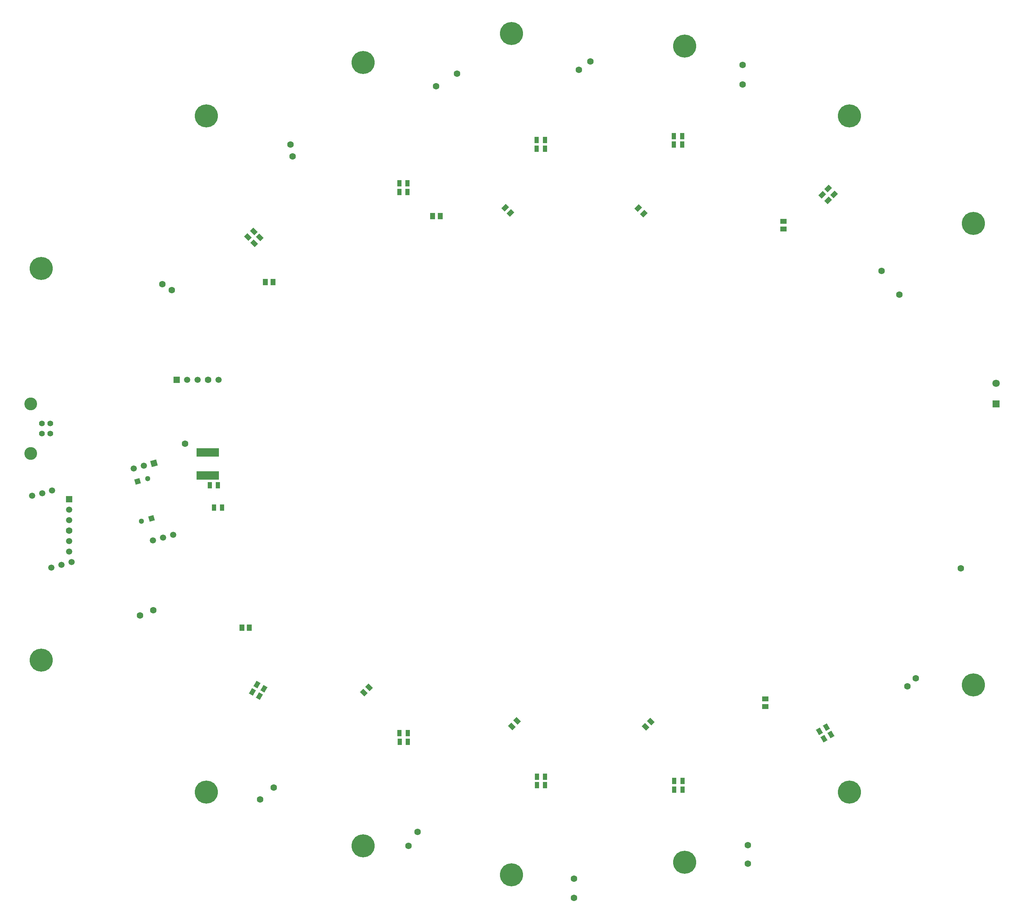
<source format=gbs>
G04*
G04 #@! TF.GenerationSoftware,Altium Limited,Altium Designer,22.7.1 (60)*
G04*
G04 Layer_Color=16711935*
%FSLAX43Y43*%
%MOMM*%
G71*
G04*
G04 #@! TF.SameCoordinates,26706279-76B3-4EFB-AC1E-C542CE9A8173*
G04*
G04*
G04 #@! TF.FilePolarity,Negative*
G04*
G01*
G75*
%ADD22R,1.500X1.150*%
%ADD27R,1.100X1.500*%
%ADD33R,1.150X1.500*%
G04:AMPARAMS|DCode=44|XSize=1.1mm|YSize=1.5mm|CornerRadius=0mm|HoleSize=0mm|Usage=FLASHONLY|Rotation=330.000|XOffset=0mm|YOffset=0mm|HoleType=Round|Shape=Rectangle|*
%AMROTATEDRECTD44*
4,1,4,-0.851,-0.375,-0.101,0.925,0.851,0.375,0.101,-0.925,-0.851,-0.375,0.0*
%
%ADD44ROTATEDRECTD44*%

%ADD64R,5.500X2.100*%
%ADD134C,1.500*%
%ADD135R,1.500X1.500*%
%ADD136C,1.603*%
%ADD137R,1.500X1.500*%
%ADD138C,1.300*%
%ADD139P,1.838X4X240.0*%
%ADD140C,1.600*%
%ADD141C,3.100*%
%ADD142C,1.400*%
%ADD143P,2.121X4X240.0*%
%ADD144C,5.600*%
%ADD145R,1.800X1.800*%
%ADD146C,1.800*%
G04:AMPARAMS|DCode=290|XSize=1.5mm|YSize=1.15mm|CornerRadius=0mm|HoleSize=0mm|Usage=FLASHONLY|Rotation=135.000|XOffset=0mm|YOffset=0mm|HoleType=Round|Shape=Rectangle|*
%AMROTATEDRECTD290*
4,1,4,0.937,-0.124,0.124,-0.937,-0.937,0.124,-0.124,0.937,0.937,-0.124,0.0*
%
%ADD290ROTATEDRECTD290*%

G04:AMPARAMS|DCode=291|XSize=1.5mm|YSize=1.15mm|CornerRadius=0mm|HoleSize=0mm|Usage=FLASHONLY|Rotation=45.000|XOffset=0mm|YOffset=0mm|HoleType=Round|Shape=Rectangle|*
%AMROTATEDRECTD291*
4,1,4,-0.124,-0.937,-0.937,-0.124,0.124,0.937,0.937,0.124,-0.124,-0.937,0.0*
%
%ADD291ROTATEDRECTD291*%

G04:AMPARAMS|DCode=292|XSize=1.1mm|YSize=1.5mm|CornerRadius=0mm|HoleSize=0mm|Usage=FLASHONLY|Rotation=45.000|XOffset=0mm|YOffset=0mm|HoleType=Round|Shape=Rectangle|*
%AMROTATEDRECTD292*
4,1,4,0.141,-0.919,-0.919,0.141,-0.141,0.919,0.919,-0.141,0.141,-0.919,0.0*
%
%ADD292ROTATEDRECTD292*%

G04:AMPARAMS|DCode=293|XSize=1.1mm|YSize=1.5mm|CornerRadius=0mm|HoleSize=0mm|Usage=FLASHONLY|Rotation=315.000|XOffset=0mm|YOffset=0mm|HoleType=Round|Shape=Rectangle|*
%AMROTATEDRECTD293*
4,1,4,-0.919,-0.141,0.141,0.919,0.919,0.141,-0.141,-0.919,-0.919,-0.141,0.0*
%
%ADD293ROTATEDRECTD293*%

G04:AMPARAMS|DCode=294|XSize=1.1mm|YSize=1.5mm|CornerRadius=0mm|HoleSize=0mm|Usage=FLASHONLY|Rotation=210.000|XOffset=0mm|YOffset=0mm|HoleType=Round|Shape=Rectangle|*
%AMROTATEDRECTD294*
4,1,4,0.101,0.925,0.851,-0.375,-0.101,-0.925,-0.851,0.375,0.101,0.925,0.0*
%
%ADD294ROTATEDRECTD294*%

D22*
X478000Y478875D02*
D03*
Y480725D02*
D03*
X482400Y596525D02*
D03*
Y594675D02*
D03*
D27*
X346300Y527100D02*
D03*
X344300D02*
D03*
X343300Y532500D02*
D03*
X345300Y532500D02*
D03*
X389275Y605750D02*
D03*
X391275D02*
D03*
X389275Y603650D02*
D03*
X391275D02*
D03*
X422575Y616250D02*
D03*
X424575D02*
D03*
X422575Y614150D02*
D03*
X424575D02*
D03*
X455875Y617250D02*
D03*
X457875D02*
D03*
X455875Y615150D02*
D03*
X457875D02*
D03*
X457925Y458700D02*
D03*
X455925D02*
D03*
X457925Y460800D02*
D03*
X455925D02*
D03*
X424625Y459775D02*
D03*
X422625Y459775D02*
D03*
X391325Y472400D02*
D03*
X389325Y472400D02*
D03*
X391350Y470300D02*
D03*
X389350D02*
D03*
X424625Y461850D02*
D03*
X422625Y461850D02*
D03*
D33*
X356775Y581800D02*
D03*
X358625D02*
D03*
X399225Y597800D02*
D03*
X397375D02*
D03*
X352925Y498000D02*
D03*
X351075D02*
D03*
D44*
X355366Y481400D02*
D03*
X353634Y482400D02*
D03*
X356466Y483200D02*
D03*
X354734Y484200D02*
D03*
D64*
X342800Y534900D02*
D03*
X342800Y540500D02*
D03*
D134*
X340360Y558100D02*
D03*
X337820D02*
D03*
X345440D02*
D03*
X309200Y524040D02*
D03*
Y526580D02*
D03*
Y518960D02*
D03*
Y516420D02*
D03*
X300185Y529965D02*
D03*
X302638Y530622D02*
D03*
X304843Y512578D02*
D03*
X309750Y513893D02*
D03*
X305092Y531279D02*
D03*
X307297Y513235D02*
D03*
X329552Y519199D02*
D03*
X332005Y519856D02*
D03*
X334459Y520513D02*
D03*
X324893Y536585D02*
D03*
X327347Y537243D02*
D03*
D135*
X335280Y558100D02*
D03*
D136*
X342900D02*
D03*
X309200Y521500D02*
D03*
D137*
Y529120D02*
D03*
D138*
X326700Y523800D02*
D03*
X328224Y534145D02*
D03*
D139*
X329153Y524457D02*
D03*
X325771Y533487D02*
D03*
D140*
X337300Y542600D02*
D03*
X472500Y634500D02*
D03*
Y629750D02*
D03*
X355500Y456300D02*
D03*
X358800Y459200D02*
D03*
X393700Y448500D02*
D03*
X391455Y445083D02*
D03*
X431600Y432500D02*
D03*
Y437100D02*
D03*
X473750Y445250D02*
D03*
Y440750D02*
D03*
X514500Y485750D02*
D03*
X512500Y483750D02*
D03*
X506250Y584500D02*
D03*
X510500Y578750D02*
D03*
X326400Y501000D02*
D03*
X329600Y502200D02*
D03*
X525400Y512400D02*
D03*
X432800Y633300D02*
D03*
X435600Y635300D02*
D03*
X398200Y629300D02*
D03*
X403300Y632400D02*
D03*
X331800Y581300D02*
D03*
X334100Y579900D02*
D03*
X363400Y612300D02*
D03*
X362858Y615142D02*
D03*
D141*
X299900Y540271D02*
D03*
Y552310D02*
D03*
D142*
X302610Y547541D02*
D03*
X304610D02*
D03*
Y545041D02*
D03*
X302610Y545041D02*
D03*
D143*
X329800Y537900D02*
D03*
D144*
X302461Y490083D02*
D03*
X342461Y458083D02*
D03*
X380461Y445083D02*
D03*
X416461Y438083D02*
D03*
X458461Y441083D02*
D03*
X498461Y458083D02*
D03*
X528461Y484083D02*
D03*
Y596083D02*
D03*
X498461Y622083D02*
D03*
X458461Y639083D02*
D03*
X416461Y642083D02*
D03*
X380461Y635083D02*
D03*
X342461Y622083D02*
D03*
X302461Y585083D02*
D03*
D145*
X534000Y552300D02*
D03*
D146*
Y557300D02*
D03*
D290*
X450254Y475254D02*
D03*
X448946Y473946D02*
D03*
X417854Y475354D02*
D03*
X416546Y474046D02*
D03*
X380646Y482246D02*
D03*
X381954Y483554D02*
D03*
D291*
X448554Y598446D02*
D03*
X447246Y599754D02*
D03*
X416254Y598546D02*
D03*
X414946Y599854D02*
D03*
D292*
X352543Y592718D02*
D03*
X353957Y594132D02*
D03*
X354043Y591218D02*
D03*
X355457Y592632D02*
D03*
D293*
X493293Y604482D02*
D03*
X494707Y603068D02*
D03*
X491818Y603007D02*
D03*
X493232Y601593D02*
D03*
D294*
X493941Y472050D02*
D03*
X492209Y471050D02*
D03*
X492841Y473850D02*
D03*
X491109Y472850D02*
D03*
M02*

</source>
